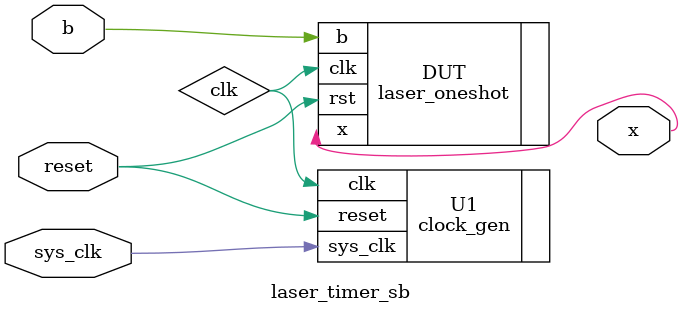
<source format=sv>
module laser_timer_sb(input logic sys_clk,
    input logic reset, b,
    output logic x);
logic clk;
clock_gen #(24) U1 (.sys_clk(sys_clk), .reset(reset), .clk(clk));
laser_oneshot DUT(.clk(clk), .rst(reset), .b(b), .x(x));
endmodule


</source>
